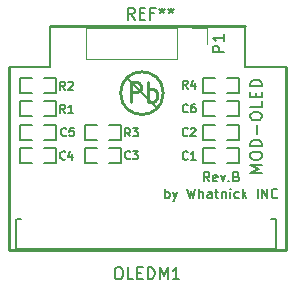
<source format=gto>
G04 #@! TF.GenerationSoftware,KiCad,Pcbnew,(2018-02-15 revision 29b28de31)-makepkg*
G04 #@! TF.CreationDate,2018-04-28T16:50:53+09:30*
G04 #@! TF.ProjectId,short_oled_ssd1306,73686F72745F6F6C65645F7373643133,rev?*
G04 #@! TF.SameCoordinates,Original*
G04 #@! TF.FileFunction,Legend,Top*
G04 #@! TF.FilePolarity,Positive*
%FSLAX46Y46*%
G04 Gerber Fmt 4.6, Leading zero omitted, Abs format (unit mm)*
G04 Created by KiCad (PCBNEW (2018-02-15 revision 29b28de31)-makepkg) date 04/28/18 16:50:53*
%MOMM*%
%LPD*%
G01*
G04 APERTURE LIST*
%ADD10C,0.200000*%
%ADD11C,0.254000*%
%ADD12C,0.120000*%
%ADD13C,0.127000*%
%ADD14C,0.150000*%
G04 APERTURE END LIST*
D10*
X199500000Y-131000000D02*
X203000000Y-131000000D01*
X199500000Y-127500000D02*
X199500000Y-131000000D01*
X183000000Y-131000000D02*
X183000000Y-127500000D01*
X179500000Y-131000000D02*
X183000000Y-131000000D01*
X196509523Y-140661904D02*
X196242857Y-140280952D01*
X196052380Y-140661904D02*
X196052380Y-139861904D01*
X196357142Y-139861904D01*
X196433333Y-139900000D01*
X196471428Y-139938095D01*
X196509523Y-140014285D01*
X196509523Y-140128571D01*
X196471428Y-140204761D01*
X196433333Y-140242857D01*
X196357142Y-140280952D01*
X196052380Y-140280952D01*
X197157142Y-140623809D02*
X197080952Y-140661904D01*
X196928571Y-140661904D01*
X196852380Y-140623809D01*
X196814285Y-140547619D01*
X196814285Y-140242857D01*
X196852380Y-140166666D01*
X196928571Y-140128571D01*
X197080952Y-140128571D01*
X197157142Y-140166666D01*
X197195238Y-140242857D01*
X197195238Y-140319047D01*
X196814285Y-140395238D01*
X197461904Y-140128571D02*
X197652380Y-140661904D01*
X197842857Y-140128571D01*
X198147619Y-140585714D02*
X198185714Y-140623809D01*
X198147619Y-140661904D01*
X198109523Y-140623809D01*
X198147619Y-140585714D01*
X198147619Y-140661904D01*
X198795238Y-140242857D02*
X198909523Y-140280952D01*
X198947619Y-140319047D01*
X198985714Y-140395238D01*
X198985714Y-140509523D01*
X198947619Y-140585714D01*
X198909523Y-140623809D01*
X198833333Y-140661904D01*
X198528571Y-140661904D01*
X198528571Y-139861904D01*
X198795238Y-139861904D01*
X198871428Y-139900000D01*
X198909523Y-139938095D01*
X198947619Y-140014285D01*
X198947619Y-140090476D01*
X198909523Y-140166666D01*
X198871428Y-140204761D01*
X198795238Y-140242857D01*
X198528571Y-140242857D01*
X192776190Y-142061904D02*
X192776190Y-141261904D01*
X192776190Y-141566666D02*
X192852380Y-141528571D01*
X193004761Y-141528571D01*
X193080952Y-141566666D01*
X193119047Y-141604761D01*
X193157142Y-141680952D01*
X193157142Y-141909523D01*
X193119047Y-141985714D01*
X193080952Y-142023809D01*
X193004761Y-142061904D01*
X192852380Y-142061904D01*
X192776190Y-142023809D01*
X193423809Y-141528571D02*
X193614285Y-142061904D01*
X193804761Y-141528571D02*
X193614285Y-142061904D01*
X193538095Y-142252380D01*
X193500000Y-142290476D01*
X193423809Y-142328571D01*
X194642857Y-141261904D02*
X194833333Y-142061904D01*
X194985714Y-141490476D01*
X195138095Y-142061904D01*
X195328571Y-141261904D01*
X195633333Y-142061904D02*
X195633333Y-141261904D01*
X195976190Y-142061904D02*
X195976190Y-141642857D01*
X195938095Y-141566666D01*
X195861904Y-141528571D01*
X195747619Y-141528571D01*
X195671428Y-141566666D01*
X195633333Y-141604761D01*
X196700000Y-142061904D02*
X196700000Y-141642857D01*
X196661904Y-141566666D01*
X196585714Y-141528571D01*
X196433333Y-141528571D01*
X196357142Y-141566666D01*
X196700000Y-142023809D02*
X196623809Y-142061904D01*
X196433333Y-142061904D01*
X196357142Y-142023809D01*
X196319047Y-141947619D01*
X196319047Y-141871428D01*
X196357142Y-141795238D01*
X196433333Y-141757142D01*
X196623809Y-141757142D01*
X196700000Y-141719047D01*
X196966666Y-141528571D02*
X197271428Y-141528571D01*
X197080952Y-141261904D02*
X197080952Y-141947619D01*
X197119047Y-142023809D01*
X197195238Y-142061904D01*
X197271428Y-142061904D01*
X197538095Y-141528571D02*
X197538095Y-142061904D01*
X197538095Y-141604761D02*
X197576190Y-141566666D01*
X197652380Y-141528571D01*
X197766666Y-141528571D01*
X197842857Y-141566666D01*
X197880952Y-141642857D01*
X197880952Y-142061904D01*
X198261904Y-142061904D02*
X198261904Y-141528571D01*
X198261904Y-141261904D02*
X198223809Y-141300000D01*
X198261904Y-141338095D01*
X198300000Y-141300000D01*
X198261904Y-141261904D01*
X198261904Y-141338095D01*
X198985714Y-142023809D02*
X198909523Y-142061904D01*
X198757142Y-142061904D01*
X198680952Y-142023809D01*
X198642857Y-141985714D01*
X198604761Y-141909523D01*
X198604761Y-141680952D01*
X198642857Y-141604761D01*
X198680952Y-141566666D01*
X198757142Y-141528571D01*
X198909523Y-141528571D01*
X198985714Y-141566666D01*
X199328571Y-142061904D02*
X199328571Y-141261904D01*
X199404761Y-141757142D02*
X199633333Y-142061904D01*
X199633333Y-141528571D02*
X199328571Y-141833333D01*
X200585714Y-142061904D02*
X200585714Y-141261904D01*
X200966666Y-142061904D02*
X200966666Y-141261904D01*
X201423809Y-142061904D01*
X201423809Y-141261904D01*
X202261904Y-141985714D02*
X202223809Y-142023809D01*
X202109523Y-142061904D01*
X202033333Y-142061904D01*
X201919047Y-142023809D01*
X201842857Y-141947619D01*
X201804761Y-141871428D01*
X201766666Y-141719047D01*
X201766666Y-141604761D01*
X201804761Y-141452380D01*
X201842857Y-141376190D01*
X201919047Y-141300000D01*
X202033333Y-141261904D01*
X202109523Y-141261904D01*
X202223809Y-141300000D01*
X202261904Y-141338095D01*
X200959619Y-139918857D02*
X199943619Y-139918857D01*
X200669333Y-139580190D01*
X199943619Y-139241523D01*
X200959619Y-139241523D01*
X199943619Y-138564190D02*
X199943619Y-138370666D01*
X199992000Y-138273904D01*
X200088761Y-138177142D01*
X200282285Y-138128761D01*
X200620952Y-138128761D01*
X200814476Y-138177142D01*
X200911238Y-138273904D01*
X200959619Y-138370666D01*
X200959619Y-138564190D01*
X200911238Y-138660952D01*
X200814476Y-138757714D01*
X200620952Y-138806095D01*
X200282285Y-138806095D01*
X200088761Y-138757714D01*
X199992000Y-138660952D01*
X199943619Y-138564190D01*
X200959619Y-137693333D02*
X199943619Y-137693333D01*
X199943619Y-137451428D01*
X199992000Y-137306285D01*
X200088761Y-137209523D01*
X200185523Y-137161142D01*
X200379047Y-137112761D01*
X200524190Y-137112761D01*
X200717714Y-137161142D01*
X200814476Y-137209523D01*
X200911238Y-137306285D01*
X200959619Y-137451428D01*
X200959619Y-137693333D01*
X200572571Y-136677333D02*
X200572571Y-135903238D01*
X199943619Y-135225904D02*
X199943619Y-135032380D01*
X199992000Y-134935619D01*
X200088761Y-134838857D01*
X200282285Y-134790476D01*
X200620952Y-134790476D01*
X200814476Y-134838857D01*
X200911238Y-134935619D01*
X200959619Y-135032380D01*
X200959619Y-135225904D01*
X200911238Y-135322666D01*
X200814476Y-135419428D01*
X200620952Y-135467809D01*
X200282285Y-135467809D01*
X200088761Y-135419428D01*
X199992000Y-135322666D01*
X199943619Y-135225904D01*
X200959619Y-133871238D02*
X200959619Y-134355047D01*
X199943619Y-134355047D01*
X200427428Y-133532571D02*
X200427428Y-133193904D01*
X200959619Y-133048761D02*
X200959619Y-133532571D01*
X199943619Y-133532571D01*
X199943619Y-133048761D01*
X200959619Y-132613333D02*
X199943619Y-132613333D01*
X199943619Y-132371428D01*
X199992000Y-132226285D01*
X200088761Y-132129523D01*
X200185523Y-132081142D01*
X200379047Y-132032761D01*
X200524190Y-132032761D01*
X200717714Y-132081142D01*
X200814476Y-132129523D01*
X200911238Y-132226285D01*
X200959619Y-132371428D01*
X200959619Y-132613333D01*
D11*
X179500000Y-131000000D02*
X179500000Y-146500000D01*
X203000000Y-131000000D02*
X203000000Y-146500000D01*
X183000000Y-127500000D02*
X199500000Y-127500000D01*
X179500000Y-146500000D02*
X203000000Y-146500000D01*
D12*
X196330000Y-127670000D02*
X196330000Y-129000000D01*
X195000000Y-127670000D02*
X196330000Y-127670000D01*
X193730000Y-130330000D02*
X193730000Y-127670000D01*
X186050000Y-130330000D02*
X193730000Y-130330000D01*
X186050000Y-127670000D02*
X186050000Y-130330000D01*
X193730000Y-127670000D02*
X186050000Y-127670000D01*
D13*
X198008000Y-133865000D02*
X199024000Y-133865000D01*
X199024000Y-133865000D02*
X199024000Y-135135000D01*
X199024000Y-135135000D02*
X198008000Y-135135000D01*
X195976000Y-133865000D02*
X195976000Y-135135000D01*
X195976000Y-135135000D02*
X196992000Y-135135000D01*
X195976000Y-133865000D02*
X196992000Y-133865000D01*
X180476000Y-135865000D02*
X181492000Y-135865000D01*
X180476000Y-137135000D02*
X181492000Y-137135000D01*
X180476000Y-135865000D02*
X180476000Y-137135000D01*
X183524000Y-137135000D02*
X182508000Y-137135000D01*
X183524000Y-135865000D02*
X183524000Y-137135000D01*
X182508000Y-135865000D02*
X183524000Y-135865000D01*
X181492000Y-139135000D02*
X180476000Y-139135000D01*
X180476000Y-139135000D02*
X180476000Y-137865000D01*
X180476000Y-137865000D02*
X181492000Y-137865000D01*
X183524000Y-139135000D02*
X183524000Y-137865000D01*
X183524000Y-137865000D02*
X182508000Y-137865000D01*
X183524000Y-139135000D02*
X182508000Y-139135000D01*
X189024000Y-139135000D02*
X188008000Y-139135000D01*
X189024000Y-137865000D02*
X188008000Y-137865000D01*
X189024000Y-139135000D02*
X189024000Y-137865000D01*
X185976000Y-137865000D02*
X186992000Y-137865000D01*
X185976000Y-139135000D02*
X185976000Y-137865000D01*
X186992000Y-139135000D02*
X185976000Y-139135000D01*
X198008000Y-135865000D02*
X199024000Y-135865000D01*
X199024000Y-135865000D02*
X199024000Y-137135000D01*
X199024000Y-137135000D02*
X198008000Y-137135000D01*
X195976000Y-135865000D02*
X195976000Y-137135000D01*
X195976000Y-137135000D02*
X196992000Y-137135000D01*
X195976000Y-135865000D02*
X196992000Y-135865000D01*
X199024000Y-139135000D02*
X198008000Y-139135000D01*
X199024000Y-137865000D02*
X198008000Y-137865000D01*
X199024000Y-139135000D02*
X199024000Y-137865000D01*
X195976000Y-137865000D02*
X196992000Y-137865000D01*
X195976000Y-139135000D02*
X195976000Y-137865000D01*
X196992000Y-139135000D02*
X195976000Y-139135000D01*
X202150000Y-143816000D02*
X202150000Y-146356000D01*
X180150000Y-146356000D02*
X180150000Y-143816000D01*
X202150000Y-143816000D02*
X201750000Y-143816000D01*
X180250000Y-143816000D02*
X180550000Y-143816000D01*
X202072000Y-146356000D02*
X180228000Y-146356000D01*
X198008000Y-131865000D02*
X199024000Y-131865000D01*
X199024000Y-131865000D02*
X199024000Y-133135000D01*
X199024000Y-133135000D02*
X198008000Y-133135000D01*
X195976000Y-131865000D02*
X195976000Y-133135000D01*
X195976000Y-133135000D02*
X196992000Y-133135000D01*
X195976000Y-131865000D02*
X196992000Y-131865000D01*
X189024000Y-137135000D02*
X188008000Y-137135000D01*
X189024000Y-135865000D02*
X188008000Y-135865000D01*
X189024000Y-137135000D02*
X189024000Y-135865000D01*
X185976000Y-135865000D02*
X186992000Y-135865000D01*
X185976000Y-137135000D02*
X185976000Y-135865000D01*
X186992000Y-137135000D02*
X185976000Y-137135000D01*
X182508000Y-131865000D02*
X183524000Y-131865000D01*
X183524000Y-131865000D02*
X183524000Y-133135000D01*
X183524000Y-133135000D02*
X182508000Y-133135000D01*
X180476000Y-131865000D02*
X180476000Y-133135000D01*
X180476000Y-133135000D02*
X181492000Y-133135000D01*
X180476000Y-131865000D02*
X181492000Y-131865000D01*
X180476000Y-133865000D02*
X181492000Y-133865000D01*
X180476000Y-135135000D02*
X181492000Y-135135000D01*
X180476000Y-133865000D02*
X180476000Y-135135000D01*
X183524000Y-135135000D02*
X182508000Y-135135000D01*
X183524000Y-133865000D02*
X183524000Y-135135000D01*
X182508000Y-133865000D02*
X183524000Y-133865000D01*
D10*
X189636020Y-132021720D02*
X192069340Y-134442340D01*
D11*
X192599037Y-133185040D02*
G75*
G03X192599037Y-133185040I-1802237J0D01*
G01*
D14*
X197782380Y-129738095D02*
X196782380Y-129738095D01*
X196782380Y-129357142D01*
X196830000Y-129261904D01*
X196877619Y-129214285D01*
X196972857Y-129166666D01*
X197115714Y-129166666D01*
X197210952Y-129214285D01*
X197258571Y-129261904D01*
X197306190Y-129357142D01*
X197306190Y-129738095D01*
X197782380Y-128214285D02*
X197782380Y-128785714D01*
X197782380Y-128500000D02*
X196782380Y-128500000D01*
X196925238Y-128595238D01*
X197020476Y-128690476D01*
X197068095Y-128785714D01*
X194668303Y-134750000D02*
X194634970Y-134783333D01*
X194534970Y-134816666D01*
X194468303Y-134816666D01*
X194368303Y-134783333D01*
X194301636Y-134716666D01*
X194268303Y-134650000D01*
X194234970Y-134516666D01*
X194234970Y-134416666D01*
X194268303Y-134283333D01*
X194301636Y-134216666D01*
X194368303Y-134150000D01*
X194468303Y-134116666D01*
X194534970Y-134116666D01*
X194634970Y-134150000D01*
X194668303Y-134183333D01*
X195268303Y-134116666D02*
X195134970Y-134116666D01*
X195068303Y-134150000D01*
X195034970Y-134183333D01*
X194968303Y-134283333D01*
X194934970Y-134416666D01*
X194934970Y-134683333D01*
X194968303Y-134750000D01*
X195001636Y-134783333D01*
X195068303Y-134816666D01*
X195201636Y-134816666D01*
X195268303Y-134783333D01*
X195301636Y-134750000D01*
X195334970Y-134683333D01*
X195334970Y-134516666D01*
X195301636Y-134450000D01*
X195268303Y-134416666D01*
X195201636Y-134383333D01*
X195068303Y-134383333D01*
X195001636Y-134416666D01*
X194968303Y-134450000D01*
X194934970Y-134516666D01*
X184383333Y-136750000D02*
X184350000Y-136783333D01*
X184250000Y-136816666D01*
X184183333Y-136816666D01*
X184083333Y-136783333D01*
X184016666Y-136716666D01*
X183983333Y-136650000D01*
X183950000Y-136516666D01*
X183950000Y-136416666D01*
X183983333Y-136283333D01*
X184016666Y-136216666D01*
X184083333Y-136150000D01*
X184183333Y-136116666D01*
X184250000Y-136116666D01*
X184350000Y-136150000D01*
X184383333Y-136183333D01*
X185016666Y-136116666D02*
X184683333Y-136116666D01*
X184650000Y-136450000D01*
X184683333Y-136416666D01*
X184750000Y-136383333D01*
X184916666Y-136383333D01*
X184983333Y-136416666D01*
X185016666Y-136450000D01*
X185050000Y-136516666D01*
X185050000Y-136683333D01*
X185016666Y-136750000D01*
X184983333Y-136783333D01*
X184916666Y-136816666D01*
X184750000Y-136816666D01*
X184683333Y-136783333D01*
X184650000Y-136750000D01*
X184298301Y-138735785D02*
X184264968Y-138769118D01*
X184164968Y-138802451D01*
X184098301Y-138802451D01*
X183998301Y-138769118D01*
X183931634Y-138702451D01*
X183898301Y-138635785D01*
X183864968Y-138502451D01*
X183864968Y-138402451D01*
X183898301Y-138269118D01*
X183931634Y-138202451D01*
X183998301Y-138135785D01*
X184098301Y-138102451D01*
X184164968Y-138102451D01*
X184264968Y-138135785D01*
X184298301Y-138169118D01*
X184898301Y-138335785D02*
X184898301Y-138802451D01*
X184731634Y-138069118D02*
X184564968Y-138569118D01*
X184998301Y-138569118D01*
X189798301Y-138711785D02*
X189764968Y-138745118D01*
X189664968Y-138778451D01*
X189598301Y-138778451D01*
X189498301Y-138745118D01*
X189431634Y-138678451D01*
X189398301Y-138611785D01*
X189364968Y-138478451D01*
X189364968Y-138378451D01*
X189398301Y-138245118D01*
X189431634Y-138178451D01*
X189498301Y-138111785D01*
X189598301Y-138078451D01*
X189664968Y-138078451D01*
X189764968Y-138111785D01*
X189798301Y-138145118D01*
X190031634Y-138078451D02*
X190464968Y-138078451D01*
X190231634Y-138345118D01*
X190331634Y-138345118D01*
X190398301Y-138378451D01*
X190431634Y-138411785D01*
X190464968Y-138478451D01*
X190464968Y-138645118D01*
X190431634Y-138711785D01*
X190398301Y-138745118D01*
X190331634Y-138778451D01*
X190131634Y-138778451D01*
X190064968Y-138745118D01*
X190031634Y-138711785D01*
X194668302Y-136750000D02*
X194634969Y-136783333D01*
X194534969Y-136816666D01*
X194468302Y-136816666D01*
X194368302Y-136783333D01*
X194301635Y-136716666D01*
X194268302Y-136650000D01*
X194234969Y-136516666D01*
X194234969Y-136416666D01*
X194268302Y-136283333D01*
X194301635Y-136216666D01*
X194368302Y-136150000D01*
X194468302Y-136116666D01*
X194534969Y-136116666D01*
X194634969Y-136150000D01*
X194668302Y-136183333D01*
X194934969Y-136183333D02*
X194968302Y-136150000D01*
X195034969Y-136116666D01*
X195201635Y-136116666D01*
X195268302Y-136150000D01*
X195301635Y-136183333D01*
X195334969Y-136250000D01*
X195334969Y-136316666D01*
X195301635Y-136416666D01*
X194901635Y-136816666D01*
X195334969Y-136816666D01*
X194668302Y-138750000D02*
X194634969Y-138783333D01*
X194534969Y-138816666D01*
X194468302Y-138816666D01*
X194368302Y-138783333D01*
X194301635Y-138716666D01*
X194268302Y-138650000D01*
X194234969Y-138516666D01*
X194234969Y-138416666D01*
X194268302Y-138283333D01*
X194301635Y-138216666D01*
X194368302Y-138150000D01*
X194468302Y-138116666D01*
X194534969Y-138116666D01*
X194634969Y-138150000D01*
X194668302Y-138183333D01*
X195334969Y-138816666D02*
X194934969Y-138816666D01*
X195134969Y-138816666D02*
X195134969Y-138116666D01*
X195068302Y-138216666D01*
X195001635Y-138283333D01*
X194934969Y-138316666D01*
X188726200Y-147941980D02*
X188916676Y-147941980D01*
X189011914Y-147989600D01*
X189107152Y-148084838D01*
X189154771Y-148275314D01*
X189154771Y-148608647D01*
X189107152Y-148799123D01*
X189011914Y-148894361D01*
X188916676Y-148941980D01*
X188726200Y-148941980D01*
X188630961Y-148894361D01*
X188535723Y-148799123D01*
X188488104Y-148608647D01*
X188488104Y-148275314D01*
X188535723Y-148084838D01*
X188630961Y-147989600D01*
X188726200Y-147941980D01*
X190059533Y-148941980D02*
X189583342Y-148941980D01*
X189583342Y-147941980D01*
X190392866Y-148418171D02*
X190726200Y-148418171D01*
X190869057Y-148941980D02*
X190392866Y-148941980D01*
X190392866Y-147941980D01*
X190869057Y-147941980D01*
X191297628Y-148941980D02*
X191297628Y-147941980D01*
X191535723Y-147941980D01*
X191678580Y-147989600D01*
X191773819Y-148084838D01*
X191821438Y-148180076D01*
X191869057Y-148370552D01*
X191869057Y-148513409D01*
X191821438Y-148703885D01*
X191773819Y-148799123D01*
X191678580Y-148894361D01*
X191535723Y-148941980D01*
X191297628Y-148941980D01*
X192297628Y-148941980D02*
X192297628Y-147941980D01*
X192630961Y-148656266D01*
X192964295Y-147941980D01*
X192964295Y-148941980D01*
X193964295Y-148941980D02*
X193392866Y-148941980D01*
X193678580Y-148941980D02*
X193678580Y-147941980D01*
X193583342Y-148084838D01*
X193488104Y-148180076D01*
X193392866Y-148227695D01*
X194668301Y-132816666D02*
X194434968Y-132483333D01*
X194268301Y-132816666D02*
X194268301Y-132116666D01*
X194534968Y-132116666D01*
X194601634Y-132150000D01*
X194634968Y-132183333D01*
X194668301Y-132250000D01*
X194668301Y-132350000D01*
X194634968Y-132416666D01*
X194601634Y-132450000D01*
X194534968Y-132483333D01*
X194268301Y-132483333D01*
X195268301Y-132350000D02*
X195268301Y-132816666D01*
X195101634Y-132083333D02*
X194934968Y-132583333D01*
X195368301Y-132583333D01*
X189798302Y-136850451D02*
X189564969Y-136517118D01*
X189398302Y-136850451D02*
X189398302Y-136150451D01*
X189664969Y-136150451D01*
X189731635Y-136183785D01*
X189764969Y-136217118D01*
X189798302Y-136283785D01*
X189798302Y-136383785D01*
X189764969Y-136450451D01*
X189731635Y-136483785D01*
X189664969Y-136517118D01*
X189398302Y-136517118D01*
X190031635Y-136150451D02*
X190464969Y-136150451D01*
X190231635Y-136417118D01*
X190331635Y-136417118D01*
X190398302Y-136450451D01*
X190431635Y-136483785D01*
X190464969Y-136550451D01*
X190464969Y-136717118D01*
X190431635Y-136783785D01*
X190398302Y-136817118D01*
X190331635Y-136850451D01*
X190131635Y-136850451D01*
X190064969Y-136817118D01*
X190031635Y-136783785D01*
X184298302Y-132898451D02*
X184064969Y-132565118D01*
X183898302Y-132898451D02*
X183898302Y-132198451D01*
X184164969Y-132198451D01*
X184231635Y-132231785D01*
X184264969Y-132265118D01*
X184298302Y-132331785D01*
X184298302Y-132431785D01*
X184264969Y-132498451D01*
X184231635Y-132531785D01*
X184164969Y-132565118D01*
X183898302Y-132565118D01*
X184564969Y-132265118D02*
X184598302Y-132231785D01*
X184664969Y-132198451D01*
X184831635Y-132198451D01*
X184898302Y-132231785D01*
X184931635Y-132265118D01*
X184964969Y-132331785D01*
X184964969Y-132398451D01*
X184931635Y-132498451D01*
X184531635Y-132898451D01*
X184964969Y-132898451D01*
X184298301Y-134874451D02*
X184064968Y-134541118D01*
X183898301Y-134874451D02*
X183898301Y-134174451D01*
X184164968Y-134174451D01*
X184231634Y-134207785D01*
X184264968Y-134241118D01*
X184298301Y-134307785D01*
X184298301Y-134407785D01*
X184264968Y-134474451D01*
X184231634Y-134507785D01*
X184164968Y-134541118D01*
X183898301Y-134541118D01*
X184964968Y-134874451D02*
X184564968Y-134874451D01*
X184764968Y-134874451D02*
X184764968Y-134174451D01*
X184698301Y-134274451D01*
X184631634Y-134341118D01*
X184564968Y-134374451D01*
X190166666Y-126952380D02*
X189833333Y-126476190D01*
X189595238Y-126952380D02*
X189595238Y-125952380D01*
X189976190Y-125952380D01*
X190071428Y-126000000D01*
X190119047Y-126047619D01*
X190166666Y-126142857D01*
X190166666Y-126285714D01*
X190119047Y-126380952D01*
X190071428Y-126428571D01*
X189976190Y-126476190D01*
X189595238Y-126476190D01*
X190595238Y-126428571D02*
X190928571Y-126428571D01*
X191071428Y-126952380D02*
X190595238Y-126952380D01*
X190595238Y-125952380D01*
X191071428Y-125952380D01*
X191833333Y-126428571D02*
X191500000Y-126428571D01*
X191500000Y-126952380D02*
X191500000Y-125952380D01*
X191976190Y-125952380D01*
X192500000Y-125952380D02*
X192500000Y-126190476D01*
X192261904Y-126095238D02*
X192500000Y-126190476D01*
X192738095Y-126095238D01*
X192357142Y-126380952D02*
X192500000Y-126190476D01*
X192642857Y-126380952D01*
X193261904Y-125952380D02*
X193261904Y-126190476D01*
X193023809Y-126095238D02*
X193261904Y-126190476D01*
X193500000Y-126095238D01*
X193119047Y-126380952D02*
X193261904Y-126190476D01*
X193404761Y-126380952D01*
D11*
X189842211Y-133933767D02*
X189842211Y-132233767D01*
X190413640Y-132233767D01*
X190556497Y-132314720D01*
X190627925Y-132395672D01*
X190699354Y-132557577D01*
X190699354Y-132800434D01*
X190627925Y-132962339D01*
X190556497Y-133043291D01*
X190413640Y-133124243D01*
X189842211Y-133124243D01*
X191342211Y-133933767D02*
X191342211Y-132233767D01*
X191342211Y-132881386D02*
X191485068Y-132800434D01*
X191770782Y-132800434D01*
X191913640Y-132881386D01*
X191985068Y-132962339D01*
X192056497Y-133124243D01*
X192056497Y-133609958D01*
X191985068Y-133771862D01*
X191913640Y-133852815D01*
X191770782Y-133933767D01*
X191485068Y-133933767D01*
X191342211Y-133852815D01*
M02*

</source>
